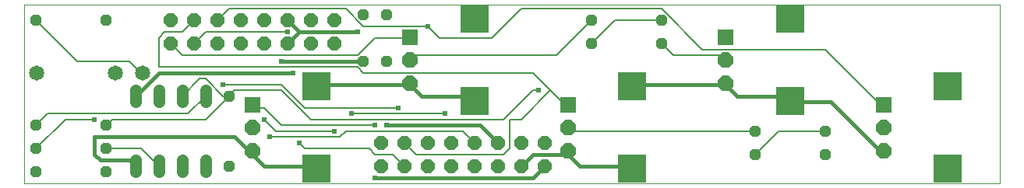
<source format=gbl>
G75*
%MOIN*%
%OFA0B0*%
%FSLAX24Y24*%
%IPPOS*%
%LPD*%
%AMOC8*
5,1,8,0,0,1.08239X$1,22.5*
%
%ADD10C,0.0000*%
%ADD11C,0.0650*%
%ADD12OC8,0.0600*%
%ADD13OC8,0.0480*%
%ADD14C,0.0500*%
%ADD15R,0.0660X0.0660*%
%ADD16OC8,0.0660*%
%ADD17R,0.1227X0.1227*%
%ADD18C,0.0160*%
%ADD19C,0.0240*%
%ADD20C,0.0080*%
D10*
X000100Y000668D02*
X000100Y008345D01*
X041832Y008345D01*
X041832Y000668D01*
X000100Y000668D01*
D11*
X000631Y005418D03*
X003978Y005418D03*
X005159Y005418D03*
D12*
X006350Y006668D03*
X007350Y006668D03*
X008350Y006668D03*
X009350Y006668D03*
X010350Y006668D03*
X011350Y006668D03*
X012350Y006668D03*
X013350Y006668D03*
X013350Y007668D03*
X012350Y007668D03*
X011350Y007668D03*
X010350Y007668D03*
X009350Y007668D03*
X008350Y007668D03*
X007350Y007668D03*
X006350Y007668D03*
X015350Y002418D03*
X016350Y002418D03*
X017350Y002418D03*
X018350Y002418D03*
X019350Y002418D03*
X020350Y002418D03*
X021350Y002418D03*
X022350Y002418D03*
X022350Y001418D03*
X021350Y001418D03*
X020350Y001418D03*
X019350Y001418D03*
X018350Y001418D03*
X017350Y001418D03*
X016350Y001418D03*
X015350Y001418D03*
D13*
X008850Y001418D03*
X003600Y001168D03*
X000600Y001168D03*
X000600Y002168D03*
X003600Y002168D03*
X003600Y003168D03*
X000600Y003168D03*
X008850Y004418D03*
X014600Y005918D03*
X015600Y005918D03*
X024350Y006668D03*
X027350Y006668D03*
X027350Y007668D03*
X024350Y007668D03*
X015600Y007918D03*
X014600Y007918D03*
X003600Y007668D03*
X000600Y007668D03*
X031350Y002918D03*
X034350Y002918D03*
X034350Y001918D03*
X031350Y001918D03*
D14*
X007850Y001668D02*
X007850Y001168D01*
X006850Y001168D02*
X006850Y001668D01*
X005850Y001668D02*
X005850Y001168D01*
X004850Y001168D02*
X004850Y001668D01*
X004850Y004168D02*
X004850Y004668D01*
X005850Y004668D02*
X005850Y004168D01*
X006850Y004168D02*
X006850Y004668D01*
X007850Y004668D02*
X007850Y004168D01*
D15*
X009844Y004052D03*
X016594Y006952D03*
X023344Y004052D03*
X030094Y006952D03*
X036844Y004052D03*
D16*
X036844Y003068D03*
X036844Y002083D03*
X030094Y004983D03*
X030094Y005968D03*
X023344Y003068D03*
X023344Y002083D03*
X016594Y004983D03*
X016594Y005968D03*
X009844Y003068D03*
X009844Y002083D03*
D17*
X012600Y001296D03*
X019350Y004196D03*
X012600Y004839D03*
X019350Y007739D03*
X026100Y004839D03*
X032850Y004196D03*
X039600Y004839D03*
X032850Y007739D03*
X026100Y001296D03*
X039600Y001296D03*
D18*
X036844Y002083D02*
X036600Y002168D01*
X034600Y004168D01*
X032850Y004168D01*
X032850Y004196D01*
X032850Y004418D01*
X030600Y004418D01*
X030100Y004918D01*
X030094Y004983D01*
X029850Y004918D01*
X026100Y004918D01*
X026100Y004839D01*
X019350Y004418D02*
X019350Y004196D01*
X019350Y004418D02*
X017100Y004418D01*
X016600Y004918D01*
X016594Y004983D01*
X016350Y004918D01*
X012600Y004918D01*
X012600Y004839D01*
X011600Y005418D02*
X005850Y005418D01*
X004850Y004418D01*
X011100Y005918D02*
X014600Y005918D01*
X011850Y007168D02*
X011350Y006668D01*
X011850Y007168D02*
X011350Y007668D01*
X011850Y007168D02*
X014350Y007168D01*
X015600Y003168D02*
X019600Y003168D01*
X020350Y002418D01*
X021350Y001418D02*
X021850Y001918D01*
X023100Y001918D01*
X023344Y002083D01*
X023350Y001918D01*
X023850Y001418D01*
X026100Y001418D01*
X026100Y001296D01*
X022350Y001418D02*
X021850Y000918D01*
X015100Y000918D01*
X012600Y001296D02*
X012600Y001418D01*
X010350Y001418D01*
X009850Y001918D01*
X009844Y002083D01*
X009600Y002168D01*
X009100Y002668D01*
X003100Y002668D01*
X003100Y001918D01*
X003350Y001668D01*
X004600Y001668D01*
X004850Y001418D01*
D19*
X010600Y002668D03*
X011850Y002418D03*
X013350Y002918D03*
X015100Y003168D03*
X015600Y003168D03*
X014100Y003668D03*
X016100Y003918D03*
X018100Y003668D03*
X022100Y004668D03*
X011600Y005418D03*
X011100Y005918D03*
X008600Y004918D03*
X010350Y003418D03*
X003100Y003418D03*
X015100Y000918D03*
X014350Y007168D03*
X011350Y007168D03*
X017350Y007418D03*
D20*
X017850Y006918D01*
X020100Y006918D01*
X021350Y008168D01*
X027350Y008168D01*
X029100Y006418D01*
X034350Y006418D01*
X036600Y004168D01*
X036844Y004052D01*
X034350Y002918D02*
X032350Y002918D01*
X031350Y001918D01*
X031350Y002918D02*
X023350Y002918D01*
X023344Y003068D01*
X022600Y004668D02*
X021350Y003418D01*
X020850Y003418D01*
X020850Y002168D01*
X020600Y001918D01*
X016850Y001918D01*
X016350Y002418D01*
X015100Y001918D02*
X014850Y002168D01*
X012100Y002168D01*
X011850Y002418D01*
X010600Y002668D02*
X013600Y002668D01*
X013850Y002918D01*
X018850Y002918D01*
X019350Y002418D01*
X016350Y001418D02*
X015850Y001918D01*
X015100Y001918D01*
X013350Y002918D02*
X010850Y002918D01*
X010350Y003418D01*
X010350Y003918D02*
X011100Y003168D01*
X015100Y003168D01*
X014100Y003668D02*
X018100Y003668D01*
X016100Y003918D02*
X012100Y003918D01*
X011100Y004918D01*
X008600Y004918D01*
X009100Y004668D02*
X011100Y004668D01*
X012350Y003418D01*
X020600Y003418D01*
X021850Y004668D01*
X022100Y004668D01*
X022600Y004668D02*
X021850Y005418D01*
X014600Y005418D01*
X014350Y005668D01*
X005850Y005668D01*
X005850Y006918D01*
X006100Y007168D01*
X006850Y007168D01*
X007350Y007668D01*
X008350Y007668D02*
X008850Y008168D01*
X013850Y008168D01*
X014600Y007418D01*
X017350Y007418D01*
X016594Y006952D02*
X016350Y006918D01*
X015100Y006918D01*
X014350Y006168D01*
X006850Y006168D01*
X006350Y006668D01*
X007350Y006668D02*
X007850Y007168D01*
X011350Y007168D01*
X016600Y006168D02*
X016594Y005968D01*
X016600Y006168D02*
X022850Y006168D01*
X024350Y007668D01*
X025350Y007668D02*
X027350Y007668D01*
X025350Y007668D02*
X024350Y006668D01*
X027350Y006668D02*
X027850Y006168D01*
X029850Y006168D01*
X030094Y005968D01*
X023100Y004168D02*
X022600Y004668D01*
X023100Y004168D02*
X023344Y004052D01*
X010350Y003918D02*
X009850Y003918D01*
X009844Y004052D01*
X009100Y004668D02*
X008850Y004418D01*
X008600Y004418D01*
X007850Y005168D01*
X007600Y005168D01*
X006850Y004418D01*
X007100Y003668D02*
X007850Y004418D01*
X008850Y004418D02*
X007850Y003418D01*
X003850Y003418D01*
X003600Y003168D01*
X003100Y003418D02*
X001850Y003418D01*
X000600Y002168D01*
X003600Y002168D02*
X005100Y002168D01*
X005850Y001418D01*
X001100Y003668D02*
X000600Y003168D01*
X001100Y003668D02*
X007100Y003668D01*
X005159Y005418D02*
X005100Y005418D01*
X004600Y005918D01*
X002350Y005918D01*
X000600Y007668D01*
M02*

</source>
